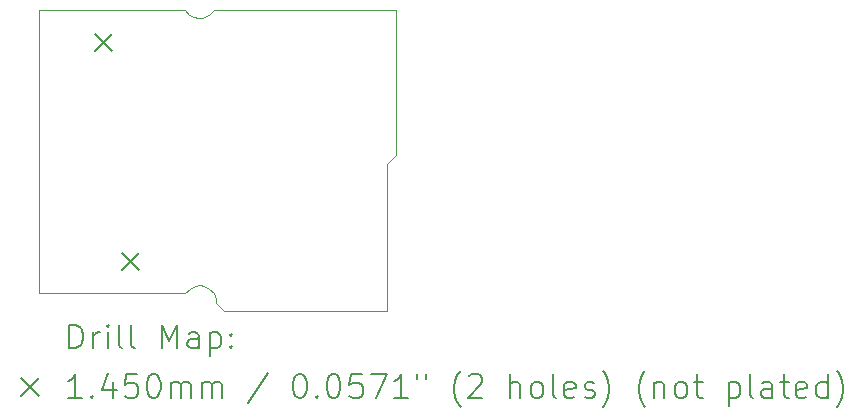
<source format=gbr>
%TF.GenerationSoftware,KiCad,Pcbnew,8.0.5*%
%TF.CreationDate,2025-10-23T09:57:48-05:00*%
%TF.ProjectId,iris-128s,69726973-2d31-4323-9873-2e6b69636164,1*%
%TF.SameCoordinates,Original*%
%TF.FileFunction,Drillmap*%
%TF.FilePolarity,Positive*%
%FSLAX45Y45*%
G04 Gerber Fmt 4.5, Leading zero omitted, Abs format (unit mm)*
G04 Created by KiCad (PCBNEW 8.0.5) date 2025-10-23 09:57:48*
%MOMM*%
%LPD*%
G01*
G04 APERTURE LIST*
%ADD10C,0.050000*%
%ADD11C,0.200000*%
%ADD12C,0.145000*%
G04 APERTURE END LIST*
D10*
X9550000Y-10400000D02*
X9550000Y-8000000D01*
X10990000Y-10360000D02*
X11030000Y-10400000D01*
X11000000Y-8035000D02*
X11030000Y-8000000D01*
X12570000Y-8000000D02*
X12570000Y-9230000D01*
X10790000Y-10400000D02*
X10830000Y-10360000D01*
X10895000Y-8070000D02*
X10930000Y-8070000D01*
X9550000Y-8000000D02*
X10790000Y-8000000D01*
X10830000Y-10360000D02*
X10870000Y-10340000D01*
X10790000Y-10400000D02*
X9550000Y-10400000D01*
X11030000Y-10400000D02*
X11050000Y-10450000D01*
X12100000Y-10550000D02*
X11120000Y-10550000D01*
X10790000Y-8000000D02*
X10825000Y-8040000D01*
X11050000Y-10450000D02*
X11050000Y-10480000D01*
X10950000Y-10340250D02*
X10990000Y-10360000D01*
X10970000Y-8055000D02*
X11000000Y-8035000D01*
X12500000Y-9300000D02*
X12500000Y-10550000D01*
X10910000Y-10330000D02*
X10950000Y-10340250D01*
X10930000Y-8070000D02*
X10970000Y-8055000D01*
X10825000Y-8040000D02*
X10860000Y-8060000D01*
X12570000Y-9230000D02*
X12500000Y-9300000D01*
X11120000Y-10550000D02*
X11050000Y-10480000D01*
X10870000Y-10340000D02*
X10910000Y-10330000D01*
X12500000Y-10550000D02*
X12100000Y-10550000D01*
X10860000Y-8060000D02*
X10895000Y-8070000D01*
X11030000Y-8000000D02*
X12570000Y-8000000D01*
D11*
D12*
X10027198Y-8199840D02*
X10172198Y-8344840D01*
X10172198Y-8199840D02*
X10027198Y-8344840D01*
X10252198Y-10055840D02*
X10397198Y-10200840D01*
X10397198Y-10055840D02*
X10252198Y-10200840D01*
D11*
X9808277Y-10863984D02*
X9808277Y-10663984D01*
X9808277Y-10663984D02*
X9855896Y-10663984D01*
X9855896Y-10663984D02*
X9884467Y-10673508D01*
X9884467Y-10673508D02*
X9903515Y-10692555D01*
X9903515Y-10692555D02*
X9913039Y-10711603D01*
X9913039Y-10711603D02*
X9922563Y-10749698D01*
X9922563Y-10749698D02*
X9922563Y-10778270D01*
X9922563Y-10778270D02*
X9913039Y-10816365D01*
X9913039Y-10816365D02*
X9903515Y-10835412D01*
X9903515Y-10835412D02*
X9884467Y-10854460D01*
X9884467Y-10854460D02*
X9855896Y-10863984D01*
X9855896Y-10863984D02*
X9808277Y-10863984D01*
X10008277Y-10863984D02*
X10008277Y-10730650D01*
X10008277Y-10768746D02*
X10017801Y-10749698D01*
X10017801Y-10749698D02*
X10027324Y-10740174D01*
X10027324Y-10740174D02*
X10046372Y-10730650D01*
X10046372Y-10730650D02*
X10065420Y-10730650D01*
X10132086Y-10863984D02*
X10132086Y-10730650D01*
X10132086Y-10663984D02*
X10122563Y-10673508D01*
X10122563Y-10673508D02*
X10132086Y-10683031D01*
X10132086Y-10683031D02*
X10141610Y-10673508D01*
X10141610Y-10673508D02*
X10132086Y-10663984D01*
X10132086Y-10663984D02*
X10132086Y-10683031D01*
X10255896Y-10863984D02*
X10236848Y-10854460D01*
X10236848Y-10854460D02*
X10227324Y-10835412D01*
X10227324Y-10835412D02*
X10227324Y-10663984D01*
X10360658Y-10863984D02*
X10341610Y-10854460D01*
X10341610Y-10854460D02*
X10332086Y-10835412D01*
X10332086Y-10835412D02*
X10332086Y-10663984D01*
X10589229Y-10863984D02*
X10589229Y-10663984D01*
X10589229Y-10663984D02*
X10655896Y-10806841D01*
X10655896Y-10806841D02*
X10722563Y-10663984D01*
X10722563Y-10663984D02*
X10722563Y-10863984D01*
X10903515Y-10863984D02*
X10903515Y-10759222D01*
X10903515Y-10759222D02*
X10893991Y-10740174D01*
X10893991Y-10740174D02*
X10874944Y-10730650D01*
X10874944Y-10730650D02*
X10836848Y-10730650D01*
X10836848Y-10730650D02*
X10817801Y-10740174D01*
X10903515Y-10854460D02*
X10884467Y-10863984D01*
X10884467Y-10863984D02*
X10836848Y-10863984D01*
X10836848Y-10863984D02*
X10817801Y-10854460D01*
X10817801Y-10854460D02*
X10808277Y-10835412D01*
X10808277Y-10835412D02*
X10808277Y-10816365D01*
X10808277Y-10816365D02*
X10817801Y-10797317D01*
X10817801Y-10797317D02*
X10836848Y-10787793D01*
X10836848Y-10787793D02*
X10884467Y-10787793D01*
X10884467Y-10787793D02*
X10903515Y-10778270D01*
X10998753Y-10730650D02*
X10998753Y-10930650D01*
X10998753Y-10740174D02*
X11017801Y-10730650D01*
X11017801Y-10730650D02*
X11055896Y-10730650D01*
X11055896Y-10730650D02*
X11074944Y-10740174D01*
X11074944Y-10740174D02*
X11084467Y-10749698D01*
X11084467Y-10749698D02*
X11093991Y-10768746D01*
X11093991Y-10768746D02*
X11093991Y-10825889D01*
X11093991Y-10825889D02*
X11084467Y-10844936D01*
X11084467Y-10844936D02*
X11074944Y-10854460D01*
X11074944Y-10854460D02*
X11055896Y-10863984D01*
X11055896Y-10863984D02*
X11017801Y-10863984D01*
X11017801Y-10863984D02*
X10998753Y-10854460D01*
X11179705Y-10844936D02*
X11189229Y-10854460D01*
X11189229Y-10854460D02*
X11179705Y-10863984D01*
X11179705Y-10863984D02*
X11170182Y-10854460D01*
X11170182Y-10854460D02*
X11179705Y-10844936D01*
X11179705Y-10844936D02*
X11179705Y-10863984D01*
X11179705Y-10740174D02*
X11189229Y-10749698D01*
X11189229Y-10749698D02*
X11179705Y-10759222D01*
X11179705Y-10759222D02*
X11170182Y-10749698D01*
X11170182Y-10749698D02*
X11179705Y-10740174D01*
X11179705Y-10740174D02*
X11179705Y-10759222D01*
D12*
X9402500Y-11120000D02*
X9547500Y-11265000D01*
X9547500Y-11120000D02*
X9402500Y-11265000D01*
D11*
X9913039Y-11283984D02*
X9798753Y-11283984D01*
X9855896Y-11283984D02*
X9855896Y-11083984D01*
X9855896Y-11083984D02*
X9836848Y-11112555D01*
X9836848Y-11112555D02*
X9817801Y-11131603D01*
X9817801Y-11131603D02*
X9798753Y-11141127D01*
X9998753Y-11264936D02*
X10008277Y-11274460D01*
X10008277Y-11274460D02*
X9998753Y-11283984D01*
X9998753Y-11283984D02*
X9989229Y-11274460D01*
X9989229Y-11274460D02*
X9998753Y-11264936D01*
X9998753Y-11264936D02*
X9998753Y-11283984D01*
X10179705Y-11150650D02*
X10179705Y-11283984D01*
X10132086Y-11074460D02*
X10084467Y-11217317D01*
X10084467Y-11217317D02*
X10208277Y-11217317D01*
X10379705Y-11083984D02*
X10284467Y-11083984D01*
X10284467Y-11083984D02*
X10274944Y-11179222D01*
X10274944Y-11179222D02*
X10284467Y-11169698D01*
X10284467Y-11169698D02*
X10303515Y-11160174D01*
X10303515Y-11160174D02*
X10351134Y-11160174D01*
X10351134Y-11160174D02*
X10370182Y-11169698D01*
X10370182Y-11169698D02*
X10379705Y-11179222D01*
X10379705Y-11179222D02*
X10389229Y-11198269D01*
X10389229Y-11198269D02*
X10389229Y-11245888D01*
X10389229Y-11245888D02*
X10379705Y-11264936D01*
X10379705Y-11264936D02*
X10370182Y-11274460D01*
X10370182Y-11274460D02*
X10351134Y-11283984D01*
X10351134Y-11283984D02*
X10303515Y-11283984D01*
X10303515Y-11283984D02*
X10284467Y-11274460D01*
X10284467Y-11274460D02*
X10274944Y-11264936D01*
X10513039Y-11083984D02*
X10532086Y-11083984D01*
X10532086Y-11083984D02*
X10551134Y-11093508D01*
X10551134Y-11093508D02*
X10560658Y-11103031D01*
X10560658Y-11103031D02*
X10570182Y-11122079D01*
X10570182Y-11122079D02*
X10579705Y-11160174D01*
X10579705Y-11160174D02*
X10579705Y-11207793D01*
X10579705Y-11207793D02*
X10570182Y-11245888D01*
X10570182Y-11245888D02*
X10560658Y-11264936D01*
X10560658Y-11264936D02*
X10551134Y-11274460D01*
X10551134Y-11274460D02*
X10532086Y-11283984D01*
X10532086Y-11283984D02*
X10513039Y-11283984D01*
X10513039Y-11283984D02*
X10493991Y-11274460D01*
X10493991Y-11274460D02*
X10484467Y-11264936D01*
X10484467Y-11264936D02*
X10474944Y-11245888D01*
X10474944Y-11245888D02*
X10465420Y-11207793D01*
X10465420Y-11207793D02*
X10465420Y-11160174D01*
X10465420Y-11160174D02*
X10474944Y-11122079D01*
X10474944Y-11122079D02*
X10484467Y-11103031D01*
X10484467Y-11103031D02*
X10493991Y-11093508D01*
X10493991Y-11093508D02*
X10513039Y-11083984D01*
X10665420Y-11283984D02*
X10665420Y-11150650D01*
X10665420Y-11169698D02*
X10674944Y-11160174D01*
X10674944Y-11160174D02*
X10693991Y-11150650D01*
X10693991Y-11150650D02*
X10722563Y-11150650D01*
X10722563Y-11150650D02*
X10741610Y-11160174D01*
X10741610Y-11160174D02*
X10751134Y-11179222D01*
X10751134Y-11179222D02*
X10751134Y-11283984D01*
X10751134Y-11179222D02*
X10760658Y-11160174D01*
X10760658Y-11160174D02*
X10779705Y-11150650D01*
X10779705Y-11150650D02*
X10808277Y-11150650D01*
X10808277Y-11150650D02*
X10827325Y-11160174D01*
X10827325Y-11160174D02*
X10836848Y-11179222D01*
X10836848Y-11179222D02*
X10836848Y-11283984D01*
X10932086Y-11283984D02*
X10932086Y-11150650D01*
X10932086Y-11169698D02*
X10941610Y-11160174D01*
X10941610Y-11160174D02*
X10960658Y-11150650D01*
X10960658Y-11150650D02*
X10989229Y-11150650D01*
X10989229Y-11150650D02*
X11008277Y-11160174D01*
X11008277Y-11160174D02*
X11017801Y-11179222D01*
X11017801Y-11179222D02*
X11017801Y-11283984D01*
X11017801Y-11179222D02*
X11027325Y-11160174D01*
X11027325Y-11160174D02*
X11046372Y-11150650D01*
X11046372Y-11150650D02*
X11074944Y-11150650D01*
X11074944Y-11150650D02*
X11093991Y-11160174D01*
X11093991Y-11160174D02*
X11103515Y-11179222D01*
X11103515Y-11179222D02*
X11103515Y-11283984D01*
X11493991Y-11074460D02*
X11322563Y-11331603D01*
X11751134Y-11083984D02*
X11770182Y-11083984D01*
X11770182Y-11083984D02*
X11789229Y-11093508D01*
X11789229Y-11093508D02*
X11798753Y-11103031D01*
X11798753Y-11103031D02*
X11808277Y-11122079D01*
X11808277Y-11122079D02*
X11817801Y-11160174D01*
X11817801Y-11160174D02*
X11817801Y-11207793D01*
X11817801Y-11207793D02*
X11808277Y-11245888D01*
X11808277Y-11245888D02*
X11798753Y-11264936D01*
X11798753Y-11264936D02*
X11789229Y-11274460D01*
X11789229Y-11274460D02*
X11770182Y-11283984D01*
X11770182Y-11283984D02*
X11751134Y-11283984D01*
X11751134Y-11283984D02*
X11732086Y-11274460D01*
X11732086Y-11274460D02*
X11722563Y-11264936D01*
X11722563Y-11264936D02*
X11713039Y-11245888D01*
X11713039Y-11245888D02*
X11703515Y-11207793D01*
X11703515Y-11207793D02*
X11703515Y-11160174D01*
X11703515Y-11160174D02*
X11713039Y-11122079D01*
X11713039Y-11122079D02*
X11722563Y-11103031D01*
X11722563Y-11103031D02*
X11732086Y-11093508D01*
X11732086Y-11093508D02*
X11751134Y-11083984D01*
X11903515Y-11264936D02*
X11913039Y-11274460D01*
X11913039Y-11274460D02*
X11903515Y-11283984D01*
X11903515Y-11283984D02*
X11893991Y-11274460D01*
X11893991Y-11274460D02*
X11903515Y-11264936D01*
X11903515Y-11264936D02*
X11903515Y-11283984D01*
X12036848Y-11083984D02*
X12055896Y-11083984D01*
X12055896Y-11083984D02*
X12074944Y-11093508D01*
X12074944Y-11093508D02*
X12084467Y-11103031D01*
X12084467Y-11103031D02*
X12093991Y-11122079D01*
X12093991Y-11122079D02*
X12103515Y-11160174D01*
X12103515Y-11160174D02*
X12103515Y-11207793D01*
X12103515Y-11207793D02*
X12093991Y-11245888D01*
X12093991Y-11245888D02*
X12084467Y-11264936D01*
X12084467Y-11264936D02*
X12074944Y-11274460D01*
X12074944Y-11274460D02*
X12055896Y-11283984D01*
X12055896Y-11283984D02*
X12036848Y-11283984D01*
X12036848Y-11283984D02*
X12017801Y-11274460D01*
X12017801Y-11274460D02*
X12008277Y-11264936D01*
X12008277Y-11264936D02*
X11998753Y-11245888D01*
X11998753Y-11245888D02*
X11989229Y-11207793D01*
X11989229Y-11207793D02*
X11989229Y-11160174D01*
X11989229Y-11160174D02*
X11998753Y-11122079D01*
X11998753Y-11122079D02*
X12008277Y-11103031D01*
X12008277Y-11103031D02*
X12017801Y-11093508D01*
X12017801Y-11093508D02*
X12036848Y-11083984D01*
X12284467Y-11083984D02*
X12189229Y-11083984D01*
X12189229Y-11083984D02*
X12179706Y-11179222D01*
X12179706Y-11179222D02*
X12189229Y-11169698D01*
X12189229Y-11169698D02*
X12208277Y-11160174D01*
X12208277Y-11160174D02*
X12255896Y-11160174D01*
X12255896Y-11160174D02*
X12274944Y-11169698D01*
X12274944Y-11169698D02*
X12284467Y-11179222D01*
X12284467Y-11179222D02*
X12293991Y-11198269D01*
X12293991Y-11198269D02*
X12293991Y-11245888D01*
X12293991Y-11245888D02*
X12284467Y-11264936D01*
X12284467Y-11264936D02*
X12274944Y-11274460D01*
X12274944Y-11274460D02*
X12255896Y-11283984D01*
X12255896Y-11283984D02*
X12208277Y-11283984D01*
X12208277Y-11283984D02*
X12189229Y-11274460D01*
X12189229Y-11274460D02*
X12179706Y-11264936D01*
X12360658Y-11083984D02*
X12493991Y-11083984D01*
X12493991Y-11083984D02*
X12408277Y-11283984D01*
X12674944Y-11283984D02*
X12560658Y-11283984D01*
X12617801Y-11283984D02*
X12617801Y-11083984D01*
X12617801Y-11083984D02*
X12598753Y-11112555D01*
X12598753Y-11112555D02*
X12579706Y-11131603D01*
X12579706Y-11131603D02*
X12560658Y-11141127D01*
X12751134Y-11083984D02*
X12751134Y-11122079D01*
X12827325Y-11083984D02*
X12827325Y-11122079D01*
X13122563Y-11360174D02*
X13113039Y-11350650D01*
X13113039Y-11350650D02*
X13093991Y-11322079D01*
X13093991Y-11322079D02*
X13084468Y-11303031D01*
X13084468Y-11303031D02*
X13074944Y-11274460D01*
X13074944Y-11274460D02*
X13065420Y-11226841D01*
X13065420Y-11226841D02*
X13065420Y-11188746D01*
X13065420Y-11188746D02*
X13074944Y-11141127D01*
X13074944Y-11141127D02*
X13084468Y-11112555D01*
X13084468Y-11112555D02*
X13093991Y-11093508D01*
X13093991Y-11093508D02*
X13113039Y-11064936D01*
X13113039Y-11064936D02*
X13122563Y-11055412D01*
X13189229Y-11103031D02*
X13198753Y-11093508D01*
X13198753Y-11093508D02*
X13217801Y-11083984D01*
X13217801Y-11083984D02*
X13265420Y-11083984D01*
X13265420Y-11083984D02*
X13284468Y-11093508D01*
X13284468Y-11093508D02*
X13293991Y-11103031D01*
X13293991Y-11103031D02*
X13303515Y-11122079D01*
X13303515Y-11122079D02*
X13303515Y-11141127D01*
X13303515Y-11141127D02*
X13293991Y-11169698D01*
X13293991Y-11169698D02*
X13179706Y-11283984D01*
X13179706Y-11283984D02*
X13303515Y-11283984D01*
X13541610Y-11283984D02*
X13541610Y-11083984D01*
X13627325Y-11283984D02*
X13627325Y-11179222D01*
X13627325Y-11179222D02*
X13617801Y-11160174D01*
X13617801Y-11160174D02*
X13598753Y-11150650D01*
X13598753Y-11150650D02*
X13570182Y-11150650D01*
X13570182Y-11150650D02*
X13551134Y-11160174D01*
X13551134Y-11160174D02*
X13541610Y-11169698D01*
X13751134Y-11283984D02*
X13732087Y-11274460D01*
X13732087Y-11274460D02*
X13722563Y-11264936D01*
X13722563Y-11264936D02*
X13713039Y-11245888D01*
X13713039Y-11245888D02*
X13713039Y-11188746D01*
X13713039Y-11188746D02*
X13722563Y-11169698D01*
X13722563Y-11169698D02*
X13732087Y-11160174D01*
X13732087Y-11160174D02*
X13751134Y-11150650D01*
X13751134Y-11150650D02*
X13779706Y-11150650D01*
X13779706Y-11150650D02*
X13798753Y-11160174D01*
X13798753Y-11160174D02*
X13808277Y-11169698D01*
X13808277Y-11169698D02*
X13817801Y-11188746D01*
X13817801Y-11188746D02*
X13817801Y-11245888D01*
X13817801Y-11245888D02*
X13808277Y-11264936D01*
X13808277Y-11264936D02*
X13798753Y-11274460D01*
X13798753Y-11274460D02*
X13779706Y-11283984D01*
X13779706Y-11283984D02*
X13751134Y-11283984D01*
X13932087Y-11283984D02*
X13913039Y-11274460D01*
X13913039Y-11274460D02*
X13903515Y-11255412D01*
X13903515Y-11255412D02*
X13903515Y-11083984D01*
X14084468Y-11274460D02*
X14065420Y-11283984D01*
X14065420Y-11283984D02*
X14027325Y-11283984D01*
X14027325Y-11283984D02*
X14008277Y-11274460D01*
X14008277Y-11274460D02*
X13998753Y-11255412D01*
X13998753Y-11255412D02*
X13998753Y-11179222D01*
X13998753Y-11179222D02*
X14008277Y-11160174D01*
X14008277Y-11160174D02*
X14027325Y-11150650D01*
X14027325Y-11150650D02*
X14065420Y-11150650D01*
X14065420Y-11150650D02*
X14084468Y-11160174D01*
X14084468Y-11160174D02*
X14093991Y-11179222D01*
X14093991Y-11179222D02*
X14093991Y-11198269D01*
X14093991Y-11198269D02*
X13998753Y-11217317D01*
X14170182Y-11274460D02*
X14189230Y-11283984D01*
X14189230Y-11283984D02*
X14227325Y-11283984D01*
X14227325Y-11283984D02*
X14246372Y-11274460D01*
X14246372Y-11274460D02*
X14255896Y-11255412D01*
X14255896Y-11255412D02*
X14255896Y-11245888D01*
X14255896Y-11245888D02*
X14246372Y-11226841D01*
X14246372Y-11226841D02*
X14227325Y-11217317D01*
X14227325Y-11217317D02*
X14198753Y-11217317D01*
X14198753Y-11217317D02*
X14179706Y-11207793D01*
X14179706Y-11207793D02*
X14170182Y-11188746D01*
X14170182Y-11188746D02*
X14170182Y-11179222D01*
X14170182Y-11179222D02*
X14179706Y-11160174D01*
X14179706Y-11160174D02*
X14198753Y-11150650D01*
X14198753Y-11150650D02*
X14227325Y-11150650D01*
X14227325Y-11150650D02*
X14246372Y-11160174D01*
X14322563Y-11360174D02*
X14332087Y-11350650D01*
X14332087Y-11350650D02*
X14351134Y-11322079D01*
X14351134Y-11322079D02*
X14360658Y-11303031D01*
X14360658Y-11303031D02*
X14370182Y-11274460D01*
X14370182Y-11274460D02*
X14379706Y-11226841D01*
X14379706Y-11226841D02*
X14379706Y-11188746D01*
X14379706Y-11188746D02*
X14370182Y-11141127D01*
X14370182Y-11141127D02*
X14360658Y-11112555D01*
X14360658Y-11112555D02*
X14351134Y-11093508D01*
X14351134Y-11093508D02*
X14332087Y-11064936D01*
X14332087Y-11064936D02*
X14322563Y-11055412D01*
X14684468Y-11360174D02*
X14674944Y-11350650D01*
X14674944Y-11350650D02*
X14655896Y-11322079D01*
X14655896Y-11322079D02*
X14646372Y-11303031D01*
X14646372Y-11303031D02*
X14636849Y-11274460D01*
X14636849Y-11274460D02*
X14627325Y-11226841D01*
X14627325Y-11226841D02*
X14627325Y-11188746D01*
X14627325Y-11188746D02*
X14636849Y-11141127D01*
X14636849Y-11141127D02*
X14646372Y-11112555D01*
X14646372Y-11112555D02*
X14655896Y-11093508D01*
X14655896Y-11093508D02*
X14674944Y-11064936D01*
X14674944Y-11064936D02*
X14684468Y-11055412D01*
X14760658Y-11150650D02*
X14760658Y-11283984D01*
X14760658Y-11169698D02*
X14770182Y-11160174D01*
X14770182Y-11160174D02*
X14789230Y-11150650D01*
X14789230Y-11150650D02*
X14817801Y-11150650D01*
X14817801Y-11150650D02*
X14836849Y-11160174D01*
X14836849Y-11160174D02*
X14846372Y-11179222D01*
X14846372Y-11179222D02*
X14846372Y-11283984D01*
X14970182Y-11283984D02*
X14951134Y-11274460D01*
X14951134Y-11274460D02*
X14941611Y-11264936D01*
X14941611Y-11264936D02*
X14932087Y-11245888D01*
X14932087Y-11245888D02*
X14932087Y-11188746D01*
X14932087Y-11188746D02*
X14941611Y-11169698D01*
X14941611Y-11169698D02*
X14951134Y-11160174D01*
X14951134Y-11160174D02*
X14970182Y-11150650D01*
X14970182Y-11150650D02*
X14998753Y-11150650D01*
X14998753Y-11150650D02*
X15017801Y-11160174D01*
X15017801Y-11160174D02*
X15027325Y-11169698D01*
X15027325Y-11169698D02*
X15036849Y-11188746D01*
X15036849Y-11188746D02*
X15036849Y-11245888D01*
X15036849Y-11245888D02*
X15027325Y-11264936D01*
X15027325Y-11264936D02*
X15017801Y-11274460D01*
X15017801Y-11274460D02*
X14998753Y-11283984D01*
X14998753Y-11283984D02*
X14970182Y-11283984D01*
X15093992Y-11150650D02*
X15170182Y-11150650D01*
X15122563Y-11083984D02*
X15122563Y-11255412D01*
X15122563Y-11255412D02*
X15132087Y-11274460D01*
X15132087Y-11274460D02*
X15151134Y-11283984D01*
X15151134Y-11283984D02*
X15170182Y-11283984D01*
X15389230Y-11150650D02*
X15389230Y-11350650D01*
X15389230Y-11160174D02*
X15408277Y-11150650D01*
X15408277Y-11150650D02*
X15446373Y-11150650D01*
X15446373Y-11150650D02*
X15465420Y-11160174D01*
X15465420Y-11160174D02*
X15474944Y-11169698D01*
X15474944Y-11169698D02*
X15484468Y-11188746D01*
X15484468Y-11188746D02*
X15484468Y-11245888D01*
X15484468Y-11245888D02*
X15474944Y-11264936D01*
X15474944Y-11264936D02*
X15465420Y-11274460D01*
X15465420Y-11274460D02*
X15446373Y-11283984D01*
X15446373Y-11283984D02*
X15408277Y-11283984D01*
X15408277Y-11283984D02*
X15389230Y-11274460D01*
X15598753Y-11283984D02*
X15579706Y-11274460D01*
X15579706Y-11274460D02*
X15570182Y-11255412D01*
X15570182Y-11255412D02*
X15570182Y-11083984D01*
X15760658Y-11283984D02*
X15760658Y-11179222D01*
X15760658Y-11179222D02*
X15751134Y-11160174D01*
X15751134Y-11160174D02*
X15732087Y-11150650D01*
X15732087Y-11150650D02*
X15693992Y-11150650D01*
X15693992Y-11150650D02*
X15674944Y-11160174D01*
X15760658Y-11274460D02*
X15741611Y-11283984D01*
X15741611Y-11283984D02*
X15693992Y-11283984D01*
X15693992Y-11283984D02*
X15674944Y-11274460D01*
X15674944Y-11274460D02*
X15665420Y-11255412D01*
X15665420Y-11255412D02*
X15665420Y-11236365D01*
X15665420Y-11236365D02*
X15674944Y-11217317D01*
X15674944Y-11217317D02*
X15693992Y-11207793D01*
X15693992Y-11207793D02*
X15741611Y-11207793D01*
X15741611Y-11207793D02*
X15760658Y-11198269D01*
X15827325Y-11150650D02*
X15903515Y-11150650D01*
X15855896Y-11083984D02*
X15855896Y-11255412D01*
X15855896Y-11255412D02*
X15865420Y-11274460D01*
X15865420Y-11274460D02*
X15884468Y-11283984D01*
X15884468Y-11283984D02*
X15903515Y-11283984D01*
X16046373Y-11274460D02*
X16027325Y-11283984D01*
X16027325Y-11283984D02*
X15989230Y-11283984D01*
X15989230Y-11283984D02*
X15970182Y-11274460D01*
X15970182Y-11274460D02*
X15960658Y-11255412D01*
X15960658Y-11255412D02*
X15960658Y-11179222D01*
X15960658Y-11179222D02*
X15970182Y-11160174D01*
X15970182Y-11160174D02*
X15989230Y-11150650D01*
X15989230Y-11150650D02*
X16027325Y-11150650D01*
X16027325Y-11150650D02*
X16046373Y-11160174D01*
X16046373Y-11160174D02*
X16055896Y-11179222D01*
X16055896Y-11179222D02*
X16055896Y-11198269D01*
X16055896Y-11198269D02*
X15960658Y-11217317D01*
X16227325Y-11283984D02*
X16227325Y-11083984D01*
X16227325Y-11274460D02*
X16208277Y-11283984D01*
X16208277Y-11283984D02*
X16170182Y-11283984D01*
X16170182Y-11283984D02*
X16151134Y-11274460D01*
X16151134Y-11274460D02*
X16141611Y-11264936D01*
X16141611Y-11264936D02*
X16132087Y-11245888D01*
X16132087Y-11245888D02*
X16132087Y-11188746D01*
X16132087Y-11188746D02*
X16141611Y-11169698D01*
X16141611Y-11169698D02*
X16151134Y-11160174D01*
X16151134Y-11160174D02*
X16170182Y-11150650D01*
X16170182Y-11150650D02*
X16208277Y-11150650D01*
X16208277Y-11150650D02*
X16227325Y-11160174D01*
X16303515Y-11360174D02*
X16313039Y-11350650D01*
X16313039Y-11350650D02*
X16332087Y-11322079D01*
X16332087Y-11322079D02*
X16341611Y-11303031D01*
X16341611Y-11303031D02*
X16351134Y-11274460D01*
X16351134Y-11274460D02*
X16360658Y-11226841D01*
X16360658Y-11226841D02*
X16360658Y-11188746D01*
X16360658Y-11188746D02*
X16351134Y-11141127D01*
X16351134Y-11141127D02*
X16341611Y-11112555D01*
X16341611Y-11112555D02*
X16332087Y-11093508D01*
X16332087Y-11093508D02*
X16313039Y-11064936D01*
X16313039Y-11064936D02*
X16303515Y-11055412D01*
M02*

</source>
